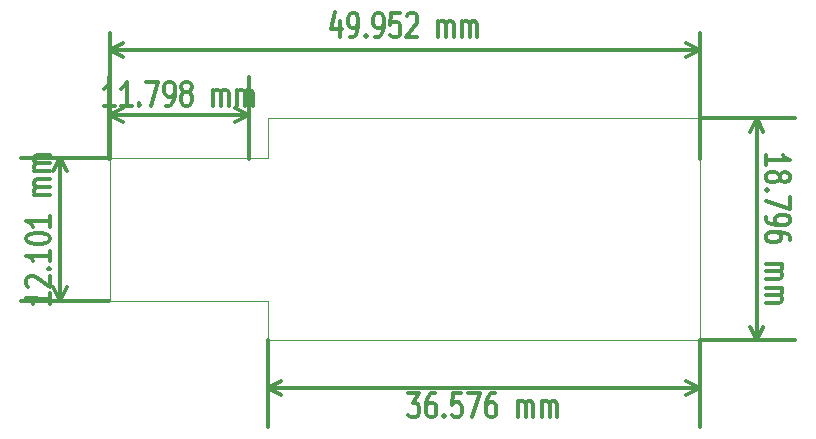
<source format=gbr>
G04 (created by PCBNEW-RS274X (2012-03-22 BZR 3475)-stable) date Mon Sep 10 00:57:14 2012*
G01*
G70*
G90*
%MOIN*%
G04 Gerber Fmt 3.4, Leading zero omitted, Abs format*
%FSLAX34Y34*%
G04 APERTURE LIST*
%ADD10C,0.006000*%
%ADD11C,0.011800*%
%ADD12C,0.012000*%
%ADD13C,0.003900*%
G04 APERTURE END LIST*
G54D10*
G54D11*
X17705Y-13061D02*
X17705Y-13586D01*
X17564Y-12762D02*
X17424Y-13324D01*
X17789Y-13324D01*
X18043Y-13586D02*
X18155Y-13586D01*
X18212Y-13549D01*
X18240Y-13511D01*
X18296Y-13399D01*
X18324Y-13249D01*
X18324Y-12949D01*
X18296Y-12874D01*
X18268Y-12837D01*
X18212Y-12799D01*
X18099Y-12799D01*
X18043Y-12837D01*
X18015Y-12874D01*
X17987Y-12949D01*
X17987Y-13136D01*
X18015Y-13211D01*
X18043Y-13249D01*
X18099Y-13286D01*
X18212Y-13286D01*
X18268Y-13249D01*
X18296Y-13211D01*
X18324Y-13136D01*
X18578Y-13511D02*
X18606Y-13549D01*
X18578Y-13586D01*
X18550Y-13549D01*
X18578Y-13511D01*
X18578Y-13586D01*
X18887Y-13586D02*
X18999Y-13586D01*
X19056Y-13549D01*
X19084Y-13511D01*
X19140Y-13399D01*
X19168Y-13249D01*
X19168Y-12949D01*
X19140Y-12874D01*
X19112Y-12837D01*
X19056Y-12799D01*
X18943Y-12799D01*
X18887Y-12837D01*
X18859Y-12874D01*
X18831Y-12949D01*
X18831Y-13136D01*
X18859Y-13211D01*
X18887Y-13249D01*
X18943Y-13286D01*
X19056Y-13286D01*
X19112Y-13249D01*
X19140Y-13211D01*
X19168Y-13136D01*
X19703Y-12799D02*
X19422Y-12799D01*
X19394Y-13174D01*
X19422Y-13136D01*
X19478Y-13099D01*
X19619Y-13099D01*
X19675Y-13136D01*
X19703Y-13174D01*
X19731Y-13249D01*
X19731Y-13436D01*
X19703Y-13511D01*
X19675Y-13549D01*
X19619Y-13586D01*
X19478Y-13586D01*
X19422Y-13549D01*
X19394Y-13511D01*
X19957Y-12874D02*
X19985Y-12837D01*
X20041Y-12799D01*
X20182Y-12799D01*
X20238Y-12837D01*
X20266Y-12874D01*
X20294Y-12949D01*
X20294Y-13024D01*
X20266Y-13136D01*
X19928Y-13586D01*
X20294Y-13586D01*
X20998Y-13586D02*
X20998Y-13061D01*
X20998Y-13136D02*
X21026Y-13099D01*
X21082Y-13061D01*
X21167Y-13061D01*
X21223Y-13099D01*
X21251Y-13174D01*
X21251Y-13586D01*
X21251Y-13174D02*
X21279Y-13099D01*
X21335Y-13061D01*
X21420Y-13061D01*
X21476Y-13099D01*
X21504Y-13174D01*
X21504Y-13586D01*
X21786Y-13586D02*
X21786Y-13061D01*
X21786Y-13136D02*
X21814Y-13099D01*
X21870Y-13061D01*
X21955Y-13061D01*
X22011Y-13099D01*
X22039Y-13174D01*
X22039Y-13586D01*
X22039Y-13174D02*
X22067Y-13099D01*
X22123Y-13061D01*
X22208Y-13061D01*
X22264Y-13099D01*
X22292Y-13174D01*
X22292Y-13586D01*
X10039Y-14017D02*
X29705Y-14017D01*
X10039Y-17638D02*
X10039Y-13465D01*
X29705Y-17638D02*
X29705Y-13465D01*
X29705Y-14017D02*
X29262Y-14247D01*
X29705Y-14017D02*
X29262Y-13787D01*
X10039Y-14017D02*
X10482Y-14247D01*
X10039Y-14017D02*
X10482Y-13787D01*
G54D12*
X19986Y-25467D02*
X20357Y-25467D01*
X20158Y-25772D01*
X20244Y-25772D01*
X20301Y-25810D01*
X20330Y-25848D01*
X20358Y-25924D01*
X20358Y-26114D01*
X20330Y-26191D01*
X20302Y-26229D01*
X20245Y-26267D01*
X20073Y-26267D01*
X20016Y-26229D01*
X19987Y-26191D01*
X20871Y-25466D02*
X20757Y-25466D01*
X20700Y-25504D01*
X20671Y-25542D01*
X20615Y-25656D01*
X20586Y-25809D01*
X20586Y-26113D01*
X20615Y-26190D01*
X20644Y-26228D01*
X20702Y-26266D01*
X20816Y-26266D01*
X20873Y-26228D01*
X20901Y-26190D01*
X20929Y-26113D01*
X20929Y-25923D01*
X20901Y-25847D01*
X20872Y-25809D01*
X20815Y-25771D01*
X20701Y-25771D01*
X20643Y-25809D01*
X20615Y-25847D01*
X20586Y-25923D01*
X21186Y-26189D02*
X21215Y-26227D01*
X21187Y-26265D01*
X21158Y-26227D01*
X21186Y-26189D01*
X21187Y-26265D01*
X21757Y-25464D02*
X21471Y-25465D01*
X21443Y-25846D01*
X21472Y-25808D01*
X21529Y-25770D01*
X21672Y-25769D01*
X21729Y-25807D01*
X21758Y-25845D01*
X21786Y-25921D01*
X21786Y-26111D01*
X21758Y-26188D01*
X21730Y-26226D01*
X21673Y-26264D01*
X21530Y-26265D01*
X21473Y-26227D01*
X21443Y-26189D01*
X21985Y-25464D02*
X22385Y-25463D01*
X22130Y-26264D01*
X22870Y-25462D02*
X22756Y-25463D01*
X22699Y-25501D01*
X22670Y-25539D01*
X22614Y-25653D01*
X22585Y-25806D01*
X22585Y-26110D01*
X22614Y-26187D01*
X22642Y-26225D01*
X22701Y-26263D01*
X22815Y-26262D01*
X22871Y-26224D01*
X22900Y-26186D01*
X22928Y-26109D01*
X22928Y-25919D01*
X22900Y-25843D01*
X22871Y-25805D01*
X22814Y-25767D01*
X22700Y-25768D01*
X22642Y-25806D01*
X22614Y-25844D01*
X22585Y-25920D01*
X23643Y-26261D02*
X23642Y-25727D01*
X23642Y-25804D02*
X23670Y-25766D01*
X23728Y-25727D01*
X23813Y-25727D01*
X23870Y-25766D01*
X23899Y-25842D01*
X23900Y-26261D01*
X23899Y-25842D02*
X23928Y-25766D01*
X23985Y-25726D01*
X24070Y-25726D01*
X24128Y-25765D01*
X24156Y-25841D01*
X24157Y-26260D01*
X24443Y-26260D02*
X24442Y-25726D01*
X24442Y-25803D02*
X24470Y-25765D01*
X24528Y-25725D01*
X24613Y-25725D01*
X24670Y-25764D01*
X24699Y-25840D01*
X24700Y-26259D01*
X24699Y-25840D02*
X24728Y-25764D01*
X24785Y-25725D01*
X24870Y-25725D01*
X24928Y-25764D01*
X24956Y-25840D01*
X24957Y-26259D01*
X29700Y-25299D02*
X15300Y-25299D01*
X29700Y-23700D02*
X29700Y-26579D01*
X15300Y-23700D02*
X15300Y-26579D01*
X15300Y-25299D02*
X15743Y-25069D01*
X15300Y-25299D02*
X15743Y-25529D01*
X29700Y-25299D02*
X29257Y-25069D01*
X29700Y-25299D02*
X29257Y-25529D01*
X31911Y-17859D02*
X31911Y-17516D01*
X31911Y-17688D02*
X32711Y-17686D01*
X32597Y-17629D01*
X32521Y-17572D01*
X32483Y-17515D01*
X32369Y-18201D02*
X32407Y-18143D01*
X32446Y-18115D01*
X32522Y-18086D01*
X32560Y-18085D01*
X32636Y-18114D01*
X32674Y-18142D01*
X32712Y-18200D01*
X32712Y-18314D01*
X32674Y-18371D01*
X32636Y-18400D01*
X32560Y-18428D01*
X32522Y-18429D01*
X32446Y-18401D01*
X32407Y-18372D01*
X32369Y-18315D01*
X32369Y-18201D01*
X32331Y-18143D01*
X32293Y-18115D01*
X32217Y-18086D01*
X32065Y-18086D01*
X31988Y-18115D01*
X31950Y-18144D01*
X31912Y-18202D01*
X31912Y-18316D01*
X31950Y-18373D01*
X31988Y-18401D01*
X32065Y-18429D01*
X32217Y-18429D01*
X32293Y-18401D01*
X32331Y-18372D01*
X32369Y-18315D01*
X31989Y-18686D02*
X31951Y-18715D01*
X31913Y-18687D01*
X31951Y-18658D01*
X31989Y-18686D01*
X31913Y-18687D01*
X32713Y-18914D02*
X32714Y-19314D01*
X31913Y-19059D01*
X31914Y-19572D02*
X31914Y-19687D01*
X31953Y-19743D01*
X31991Y-19771D01*
X32106Y-19829D01*
X32258Y-19857D01*
X32563Y-19856D01*
X32639Y-19828D01*
X32677Y-19799D01*
X32715Y-19742D01*
X32714Y-19628D01*
X32676Y-19570D01*
X32638Y-19542D01*
X32562Y-19513D01*
X32371Y-19514D01*
X32295Y-19543D01*
X32257Y-19571D01*
X32219Y-19629D01*
X32220Y-19743D01*
X32258Y-19800D01*
X32296Y-19829D01*
X32372Y-19857D01*
X32716Y-20370D02*
X32715Y-20256D01*
X32677Y-20199D01*
X32639Y-20170D01*
X32525Y-20114D01*
X32372Y-20085D01*
X32068Y-20085D01*
X31991Y-20114D01*
X31953Y-20142D01*
X31915Y-20201D01*
X31916Y-20315D01*
X31954Y-20371D01*
X31992Y-20400D01*
X32069Y-20428D01*
X32259Y-20428D01*
X32335Y-20400D01*
X32373Y-20371D01*
X32411Y-20314D01*
X32410Y-20200D01*
X32372Y-20142D01*
X32334Y-20114D01*
X32258Y-20085D01*
X31917Y-21143D02*
X32451Y-21142D01*
X32374Y-21142D02*
X32412Y-21170D01*
X32451Y-21228D01*
X32451Y-21313D01*
X32412Y-21370D01*
X32336Y-21399D01*
X31917Y-21400D01*
X32336Y-21399D02*
X32412Y-21428D01*
X32452Y-21485D01*
X32452Y-21570D01*
X32413Y-21628D01*
X32337Y-21656D01*
X31918Y-21657D01*
X31918Y-21943D02*
X32452Y-21942D01*
X32375Y-21942D02*
X32413Y-21970D01*
X32453Y-22028D01*
X32453Y-22113D01*
X32414Y-22170D01*
X32338Y-22199D01*
X31919Y-22200D01*
X32338Y-22199D02*
X32414Y-22228D01*
X32453Y-22285D01*
X32453Y-22370D01*
X32414Y-22428D01*
X32338Y-22456D01*
X31919Y-22457D01*
X31599Y-16300D02*
X31599Y-23700D01*
X29700Y-16300D02*
X32879Y-16300D01*
X29700Y-23700D02*
X32879Y-23700D01*
X31599Y-23700D02*
X31369Y-23257D01*
X31599Y-23700D02*
X31829Y-23257D01*
X31599Y-16300D02*
X31369Y-16743D01*
X31599Y-16300D02*
X31829Y-16743D01*
G54D13*
X15300Y-17630D02*
X15300Y-16300D01*
X15300Y-22374D02*
X15300Y-23700D01*
X29700Y-23700D02*
X15300Y-23700D01*
X29700Y-16300D02*
X29700Y-23700D01*
X15300Y-16300D02*
X29700Y-16300D01*
X10039Y-17630D02*
X15300Y-17630D01*
X10039Y-22374D02*
X15300Y-22374D01*
X10039Y-17630D02*
X10039Y-22374D01*
G54D12*
X10204Y-15878D02*
X09861Y-15878D01*
X10033Y-15878D02*
X10033Y-15078D01*
X09976Y-15192D01*
X09918Y-15268D01*
X09861Y-15306D01*
X10775Y-15878D02*
X10432Y-15878D01*
X10604Y-15878D02*
X10604Y-15078D01*
X10547Y-15192D01*
X10489Y-15268D01*
X10432Y-15306D01*
X11032Y-15802D02*
X11060Y-15840D01*
X11032Y-15878D01*
X11003Y-15840D01*
X11032Y-15802D01*
X11032Y-15878D01*
X11261Y-15078D02*
X11661Y-15078D01*
X11404Y-15878D01*
X11917Y-15878D02*
X12032Y-15878D01*
X12089Y-15840D01*
X12117Y-15802D01*
X12175Y-15687D01*
X12203Y-15535D01*
X12203Y-15230D01*
X12175Y-15154D01*
X12146Y-15116D01*
X12089Y-15078D01*
X11975Y-15078D01*
X11917Y-15116D01*
X11889Y-15154D01*
X11860Y-15230D01*
X11860Y-15421D01*
X11889Y-15497D01*
X11917Y-15535D01*
X11975Y-15573D01*
X12089Y-15573D01*
X12146Y-15535D01*
X12175Y-15497D01*
X12203Y-15421D01*
X12546Y-15421D02*
X12488Y-15383D01*
X12460Y-15344D01*
X12431Y-15268D01*
X12431Y-15230D01*
X12460Y-15154D01*
X12488Y-15116D01*
X12546Y-15078D01*
X12660Y-15078D01*
X12717Y-15116D01*
X12746Y-15154D01*
X12774Y-15230D01*
X12774Y-15268D01*
X12746Y-15344D01*
X12717Y-15383D01*
X12660Y-15421D01*
X12546Y-15421D01*
X12488Y-15459D01*
X12460Y-15497D01*
X12431Y-15573D01*
X12431Y-15725D01*
X12460Y-15802D01*
X12488Y-15840D01*
X12546Y-15878D01*
X12660Y-15878D01*
X12717Y-15840D01*
X12746Y-15802D01*
X12774Y-15725D01*
X12774Y-15573D01*
X12746Y-15497D01*
X12717Y-15459D01*
X12660Y-15421D01*
X13488Y-15878D02*
X13488Y-15344D01*
X13488Y-15421D02*
X13516Y-15383D01*
X13574Y-15344D01*
X13659Y-15344D01*
X13716Y-15383D01*
X13745Y-15459D01*
X13745Y-15878D01*
X13745Y-15459D02*
X13774Y-15383D01*
X13831Y-15344D01*
X13916Y-15344D01*
X13974Y-15383D01*
X14002Y-15459D01*
X14002Y-15878D01*
X14288Y-15878D02*
X14288Y-15344D01*
X14288Y-15421D02*
X14316Y-15383D01*
X14374Y-15344D01*
X14459Y-15344D01*
X14516Y-15383D01*
X14545Y-15459D01*
X14545Y-15878D01*
X14545Y-15459D02*
X14574Y-15383D01*
X14631Y-15344D01*
X14716Y-15344D01*
X14774Y-15383D01*
X14802Y-15459D01*
X14802Y-15878D01*
X10024Y-16194D02*
X14669Y-16194D01*
X10024Y-17650D02*
X10024Y-14914D01*
X14669Y-17650D02*
X14669Y-14914D01*
X14669Y-16194D02*
X14226Y-16424D01*
X14669Y-16194D02*
X14226Y-15964D01*
X10024Y-16194D02*
X10467Y-16424D01*
X10024Y-16194D02*
X10467Y-15964D01*
X08050Y-22135D02*
X08050Y-22478D01*
X08050Y-22306D02*
X07250Y-22304D01*
X07364Y-22361D01*
X07440Y-22419D01*
X07478Y-22477D01*
X07327Y-21905D02*
X07289Y-21876D01*
X07251Y-21819D01*
X07251Y-21676D01*
X07289Y-21619D01*
X07327Y-21590D01*
X07403Y-21562D01*
X07479Y-21563D01*
X07594Y-21591D01*
X08051Y-21935D01*
X08051Y-21564D01*
X07976Y-21306D02*
X08014Y-21278D01*
X08052Y-21307D01*
X08014Y-21335D01*
X07976Y-21306D01*
X08052Y-21307D01*
X08053Y-20707D02*
X08052Y-21050D01*
X08052Y-20878D02*
X07252Y-20876D01*
X07366Y-20933D01*
X07442Y-20991D01*
X07480Y-21049D01*
X07253Y-20334D02*
X07254Y-20277D01*
X07292Y-20220D01*
X07330Y-20191D01*
X07406Y-20162D01*
X07559Y-20135D01*
X07749Y-20135D01*
X07901Y-20163D01*
X07978Y-20192D01*
X08016Y-20221D01*
X08054Y-20279D01*
X08053Y-20336D01*
X08015Y-20392D01*
X07977Y-20421D01*
X07900Y-20449D01*
X07748Y-20478D01*
X07558Y-20478D01*
X07405Y-20448D01*
X07329Y-20420D01*
X07291Y-20391D01*
X07253Y-20334D01*
X08055Y-19565D02*
X08054Y-19908D01*
X08054Y-19736D02*
X07254Y-19734D01*
X07368Y-19791D01*
X07444Y-19850D01*
X07482Y-19907D01*
X08056Y-18851D02*
X07522Y-18850D01*
X07599Y-18850D02*
X07561Y-18822D01*
X07522Y-18764D01*
X07522Y-18679D01*
X07561Y-18622D01*
X07637Y-18593D01*
X08056Y-18594D01*
X07637Y-18593D02*
X07561Y-18564D01*
X07523Y-18507D01*
X07523Y-18422D01*
X07562Y-18364D01*
X07638Y-18336D01*
X08057Y-18337D01*
X08057Y-18051D02*
X07523Y-18050D01*
X07600Y-18050D02*
X07562Y-18022D01*
X07524Y-17964D01*
X07524Y-17879D01*
X07563Y-17822D01*
X07639Y-17793D01*
X08058Y-17794D01*
X07639Y-17793D02*
X07563Y-17764D01*
X07524Y-17707D01*
X07524Y-17622D01*
X07563Y-17564D01*
X07639Y-17536D01*
X08058Y-17537D01*
X08370Y-22374D02*
X08370Y-17610D01*
X10024Y-22374D02*
X07090Y-22374D01*
X10024Y-17610D02*
X07090Y-17610D01*
X08370Y-17610D02*
X08600Y-18053D01*
X08370Y-17610D02*
X08140Y-18053D01*
X08370Y-22374D02*
X08600Y-21931D01*
X08370Y-22374D02*
X08140Y-21931D01*
M02*

</source>
